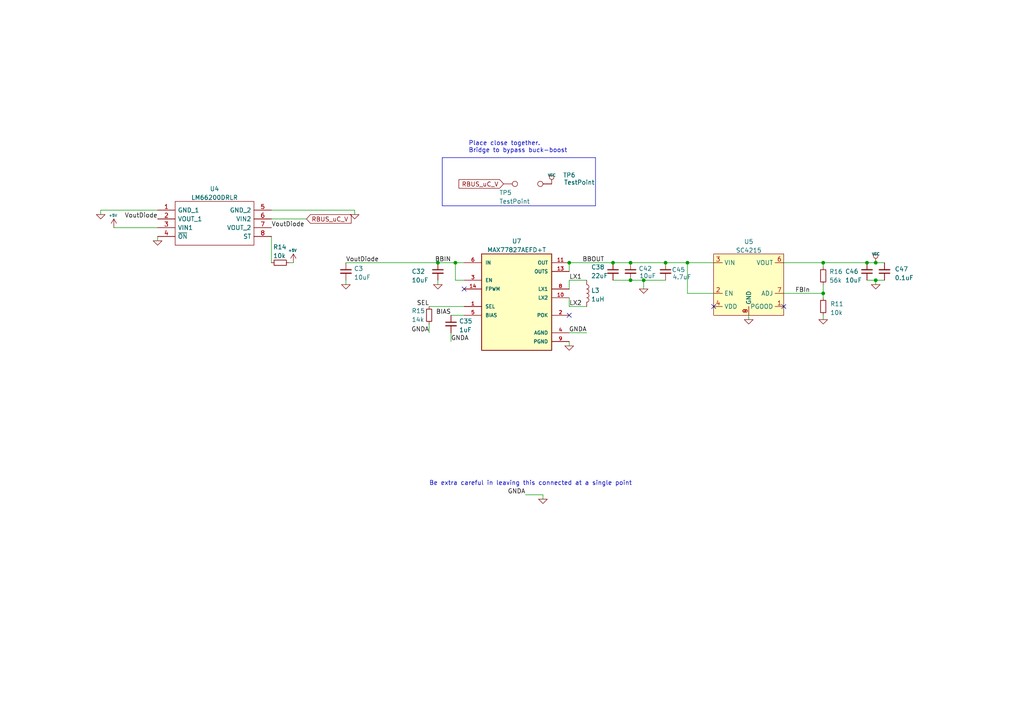
<source format=kicad_sch>
(kicad_sch (version 20250114) (generator "eeschema") (generator_version "9.0")
  (paper "A4")
  (lib_symbols
    (symbol "+5V_9" (power) (pin_names (offset 0))
      (property "Value" "+5V" (at 0 3.556 0))
      (symbol "+5V_9_0_1"
        (polyline (pts (xy -0.762 1.27) (xy 0 2.54)))
        (polyline (pts (xy 0 2.54) (xy 0.762 1.27)))
        (polyline (pts (xy 0 0) (xy 0 2.54)))
      )
      (symbol "+5V_9_1_1"
        (pin power_in line (at 0 0 90) (length 0) (hide yes) (name "+5V") (number "1"))
      )
    )
    (symbol "Connector:TestPoint" (pin_numbers (hide yes)) (pin_names (offset 0.762) (hide yes))
      (property "Reference" "TP" (at 0 6.858 0))
      (property "Value" "TestPoint" (at 0 5.08 0))
      (symbol "TestPoint_0_1"
        (circle (center 0 3.302) (radius 0.762))
      )
      (symbol "TestPoint_1_1"
        (pin passive line (at 0 0 90) (length 2.54) (name "1") (number "1"))
      )
    )
    (symbol "Device:C_Small" (pin_numbers (hide yes)) (pin_names (offset 0.254) (hide yes))
      (property "Reference" "C" (at 0.254 1.778 0))
      (property "Value" "C_Small" (at 0.254 -2.032 0))
      (symbol "C_Small_0_1"
        (polyline (pts (xy -1.524 0.508) (xy 1.524 0.508)) (stroke (width 0.3048)))
        (polyline (pts (xy -1.524 -0.508) (xy 1.524 -0.508)) (stroke (width 0.3302)))
      )
      (symbol "C_Small_1_1"
        (pin passive line (at 0 2.54 270) (length 2.032) (name "~") (number "1"))
        (pin passive line (at 0 -2.54 90) (length 2.032) (name "~") (number "2"))
      )
    )
    (symbol "Device:L" (pin_numbers (hide yes)) (pin_names (offset 1.016) (hide yes))
      (property "Reference" "L" (at -1.27 0 90))
      (property "Value" "L" (at 1.905 0 90))
      (symbol "L_0_1"
        (arc (start 0 2.54) (mid 0.6323 1.905) (end 0 1.27))
        (arc (start 0 1.27) (mid 0.6323 0.635) (end 0 0))
        (arc (start 0 0) (mid 0.6323 -0.635) (end 0 -1.27))
        (arc (start 0 -1.27) (mid 0.6323 -1.905) (end 0 -2.54))
      )
      (symbol "L_1_1"
        (pin passive line (at 0 3.81 270) (length 1.27) (name "1") (number "1"))
        (pin passive line (at 0 -3.81 90) (length 1.27) (name "2") (number "2"))
      )
    )
    (symbol "Device:R_Small" (pin_numbers (hide yes)) (pin_names (offset 0.254) (hide yes))
      (property "Reference" "R" (at 0.762 0.508 0))
      (property "Value" "R_Small" (at 0.762 -1.016 0))
      (symbol "R_Small_0_1"
        (rectangle (start -0.762 1.778) (end 0.762 -1.778) (stroke (width 0.2032)))
      )
      (symbol "R_Small_1_1"
        (pin passive line (at 0 2.54 270) (length 0.762) (name "~") (number "1"))
        (pin passive line (at 0 -2.54 90) (length 0.762) (name "~") (number "2"))
      )
    )
    (symbol "GND-RESCUE-BLDC_4_23" (power) (pin_names (offset 0))
      (symbol "GND-RESCUE-BLDC_4_23_0_1"
        (polyline (pts (xy -1.27 0) (xy 0 -1.27) (xy 1.27 0) (xy -1.27 0)))
      )
      (symbol "GND-RESCUE-BLDC_4_23_1_1"
        (pin power_in line (at 0 0 90) (length 0) (hide yes) (name "GND") (number "1"))
      )
    )
    (symbol "VCC_5" (power) (pin_names (offset 0))
      (property "Value" "VCC" (at 0 3.81 0))
      (symbol "VCC_5_0_1"
        (circle (center 0 1.905) (radius 0.635))
        (polyline (pts (xy 0 0) (xy 0 1.27)))
      )
      (symbol "VCC_5_1_1"
        (pin power_in line (at 0 0 90) (length 0) (hide yes) (name "VCC") (number "1"))
      )
    )
    (symbol "iclr:LM66200DRLR" (pin_names (offset 0.762))
      (property "Reference" "U" (at 29.21 7.62 0))
      (property "Value" "LM66200DRLR" (at 29.21 5.08 0))
      (symbol "LM66200DRLR_0_0"
        (pin passive line (at 0 0 0) (length 5.08) (name "GND_1") (number "1"))
        (pin passive line (at 0 -2.54 0) (length 5.08) (name "VOUT_1") (number "2"))
        (pin passive line (at 0 -5.08 0) (length 5.08) (name "VIN1") (number "3"))
        (pin passive line (at 0 -7.62 0) (length 5.08) (name "~{ON}") (number "4"))
        (pin passive line (at 33.02 0 180) (length 5.08) (name "GND_2") (number "5"))
        (pin passive line (at 33.02 -2.54 180) (length 5.08) (name "VIN2") (number "6"))
        (pin passive line (at 33.02 -5.08 180) (length 5.08) (name "VOUT_2") (number "7"))
        (pin passive line (at 33.02 -7.62 180) (length 5.08) (name "ST") (number "8"))
      )
      (symbol "LM66200DRLR_0_1"
        (polyline (pts (xy 5.08 2.54) (xy 27.94 2.54) (xy 27.94 -10.16) (xy 5.08 -10.16) (xy 5.08 2.54)) (stroke (width 0.1524)))
      )
    )
    (symbol "iclr:MAX77827AEFD+T" (pin_names (offset 1.016))
      (property "Reference" "U?" (at -10.16 13.208 0))
      (property "Value" "MAX77827AEFD+T" (at -10.16 -17.78 0))
      (symbol "MAX77827AEFD+T_0_0"
        (rectangle (start -10.16 -15.24) (end 10.16 12.7) (stroke (width 0.254)) (fill (type background)))
        (pin input line (at -15.24 10.16 0) (length 5.08) (name "IN") (number "6"))
        (pin input line (at -15.24 5.08 0) (length 5.08) (name "EN") (number "3"))
        (pin input line (at -15.24 2.54 0) (length 5.08) (name "FPWM") (number "14"))
        (pin passive line (at -15.24 -2.54 0) (length 5.08) (name "SEL") (number "1"))
        (pin passive line (at -15.24 -5.08 0) (length 5.08) (name "BIAS") (number "5"))
        (pin output line (at 15.24 10.16 180) (length 5.08) (name "OUT") (number "11"))
        (pin input line (at 15.24 7.62 180) (length 5.08) (name "OUTS") (number "13"))
        (pin passive line (at 15.24 2.54 180) (length 5.08) (name "LX1") (number "8"))
        (pin passive line (at 15.24 0 180) (length 5.08) (name "LX2") (number "10"))
        (pin output line (at 15.24 -5.08 180) (length 5.08) (name "POK") (number "2"))
        (pin power_in line (at 15.24 -10.16 180) (length 5.08) (name "AGND") (number "4"))
        (pin power_in line (at 15.24 -12.7 180) (length 5.08) (name "PGND") (number "9"))
      )
    )
    (symbol "iclr:RT9025-25GSP"
      (property "Reference" "U6" (at 0 4.8428 0))
      (property "Value" "RT9025-25GSP" (at 0 2.3059 0))
      (symbol "RT9025-25GSP_1_1"
        (rectangle (start -10.16 1.27) (end 10.16 -16.51) (fill (type background)))
        (pin input line (at -10.16 -1.27 0) (length 2.54) (name "VIN") (number "3"))
        (pin input line (at -10.16 -10.16 0) (length 2.54) (name "EN") (number "2"))
        (pin input line (at -10.16 -13.97 0) (length 2.54) (name "VDD") (number "4"))
        (pin input line (at 0 -16.51 90) (length 2.54) (name "GND") (number "8"))
        (pin input line (at 0 -16.51 90) (length 2.54) (name "GND") (number "9"))
        (pin output line (at 10.16 -1.27 180) (length 2.54) (name "VOUT") (number "6"))
        (pin input line (at 10.16 -10.16 180) (length 2.54) (name "ADJ") (number "7"))
        (pin output line (at 10.16 -13.97 180) (length 2.54) (name "PGOOD") (number "1"))
      )
    )
  )
  (text "Be extra careful in leaving this connected at a single point\n" (at 124.46 140.97 0) (effects (font (size 1.27 1.27)) (justify left bottom)))
  (text "Place close together.\nBridge to bypass buck-boost\n" (at 135.89 44.45 0) (effects (font (size 1.27 1.27)) (justify left bottom)))
  (junction (at 251.46 76.2))
  (junction (at 254 76.2))
  (junction (at 182.88 76.2))
  (junction (at 238.76 76.2))
  (junction (at 127 76.2))
  (junction (at 165.1 76.2))
  (junction (at 193.04 76.2))
  (junction (at 182.88 81.28))
  (junction (at 238.76 85.09))
  (junction (at 199.39 76.2))
  (junction (at 177.8 76.2))
  (junction (at 186.69 81.28))
  (junction (at 254 81.28))
  (junction (at 132.08 76.2))
  (no_connect (at 207.01 88.9))
  (no_connect (at 227.33 88.9))
  (no_connect (at 165.1 91.44))
  (no_connect (at 134.62 83.82))
  (wire (pts (xy 127 76.2) (xy 132.08 76.2)))
  (polyline (pts (xy 172.72 59.69) (xy 128.27 59.69)))
  (wire (pts (xy 227.33 85.09) (xy 238.76 85.09)))
  (wire (pts (xy 199.39 85.09) (xy 207.01 85.09)))
  (wire (pts (xy 100.33 82.55) (xy 100.33 81.28)))
  (wire (pts (xy 227.33 76.2) (xy 238.76 76.2)))
  (wire (pts (xy 193.04 76.2) (xy 199.39 76.2)))
  (wire (pts (xy 177.8 81.28) (xy 182.88 81.28)))
  (wire (pts (xy 177.8 76.2) (xy 182.88 76.2)))
  (wire (pts (xy 102.87 60.96) (xy 78.74 60.96)))
  (wire (pts (xy 238.76 76.2) (xy 251.46 76.2)))
  (wire (pts (xy 251.46 76.2) (xy 254 76.2)))
  (wire (pts (xy 33.02 66.04) (xy 45.72 66.04)))
  (wire (pts (xy 254 81.28) (xy 256.54 81.28)))
  (wire (pts (xy 199.39 76.2) (xy 199.39 85.09)))
  (wire (pts (xy 186.69 81.28) (xy 193.04 81.28)))
  (wire (pts (xy 238.76 82.55) (xy 238.76 85.09)))
  (wire (pts (xy 130.81 91.44) (xy 134.62 91.44)))
  (polyline (pts (xy 128.27 45.72) (xy 128.27 59.69)))
  (wire (pts (xy 132.08 81.28) (xy 134.62 81.28)))
  (wire (pts (xy 85.09 76.2) (xy 83.82 76.2)))
  (wire (pts (xy 124.46 96.52) (xy 124.46 93.98)))
  (wire (pts (xy 102.87 60.96) (xy 102.87 62.23)))
  (wire (pts (xy 182.88 81.28) (xy 186.69 81.28)))
  (wire (pts (xy 165.1 83.82) (xy 165.1 81.28)))
  (wire (pts (xy 254 81.28) (xy 254 82.55)))
  (wire (pts (xy 132.08 76.2) (xy 134.62 76.2)))
  (wire (pts (xy 165.1 99.06) (xy 165.1 100.33)))
  (wire (pts (xy 199.39 76.2) (xy 207.01 76.2)))
  (wire (pts (xy 29.21 60.96) (xy 45.72 60.96)))
  (wire (pts (xy 45.72 68.58) (xy 45.72 69.85)))
  (polyline (pts (xy 128.27 45.72) (xy 172.72 45.72)))
  (wire (pts (xy 127 81.28) (xy 127 82.55)))
  (wire (pts (xy 251.46 81.28) (xy 254 81.28)))
  (wire (pts (xy 124.46 88.9) (xy 134.62 88.9)))
  (wire (pts (xy 165.1 88.9) (xy 165.1 86.36)))
  (wire (pts (xy 170.18 88.9) (xy 165.1 88.9)))
  (wire (pts (xy 152.4 143.51) (xy 157.48 143.51)))
  (wire (pts (xy 165.1 96.52) (xy 170.18 96.52)))
  (wire (pts (xy 238.76 76.2) (xy 238.76 77.47)))
  (wire (pts (xy 238.76 91.44) (xy 238.76 92.71)))
  (wire (pts (xy 165.1 76.2) (xy 177.8 76.2)))
  (wire (pts (xy 88.9 63.5) (xy 78.74 63.5)))
  (wire (pts (xy 254 76.2) (xy 256.54 76.2)))
  (wire (pts (xy 100.33 76.2) (xy 127 76.2)))
  (polyline (pts (xy 172.72 45.72) (xy 172.72 59.69)))
  (wire (pts (xy 238.76 85.09) (xy 238.76 86.36)))
  (wire (pts (xy 182.88 76.2) (xy 193.04 76.2)))
  (wire (pts (xy 217.17 92.71) (xy 217.17 91.44)))
  (wire (pts (xy 157.48 143.51) (xy 157.48 144.78)))
  (wire (pts (xy 132.08 76.2) (xy 132.08 81.28)))
  (wire (pts (xy 29.21 60.96) (xy 29.21 62.23)))
  (wire (pts (xy 165.1 81.28) (xy 170.18 81.28)))
  (wire (pts (xy 165.1 78.74) (xy 165.1 76.2)))
  (wire (pts (xy 78.74 76.2) (xy 78.74 68.58)))
  (wire (pts (xy 130.81 99.06) (xy 130.81 96.52)))
  (wire (pts (xy 186.69 81.28) (xy 186.69 83.82)))
  (label "GNDA" (at 170.18 96.52 180))
  (label "GNDA" (at 130.81 99.06 0))
  (label "SEL" (at 124.46 88.9 180))
  (label "BBOUT" (at 168.91 76.2 0))
  (label "GNDA" (at 152.4 143.51 180))
  (label "LX2" (at 165.1 88.9 0))
  (label "GNDA" (at 124.46 96.52 180))
  (label "FBIn" (at 234.95 85.09 180))
  (label "LX1" (at 165.1 81.28 0))
  (label "VoutDiode" (at 100.33 76.2 0))
  (label "VoutDiode" (at 78.74 66.04 0))
  (label "VoutDiode" (at 45.72 63.5 180))
  (label "BIAS" (at 130.81 91.44 180))
  (label "BBIN" (at 130.81 76.2 180))
  (global_label "RBUS_uC_V" (shape input) (at 146.05 53.34 180) (property "Intersheetrefs" "${INTERSHEET_REFS}" (effects (hide yes))))
  (global_label "RBUS_uC_V" (shape input) (at 88.9 63.5 0) (property "Intersheetrefs" "${INTERSHEET_REFS}" (effects (hide yes))))
  (symbol (lib_name "GND-RESCUE-BLDC_4_23") (lib_id "BLDC_4-rescue:GND-RESCUE-BLDC_4") (at 254 82.55 0) (unit 1)
    (property "Reference" "#PWR040" (effects (hide yes)))
    (property "Value" "GND" (effects (hide yes)))
  )
  (symbol (lib_id "Device:R_Small") (at 124.46 91.44 0) (unit 1)
    (property "Reference" "R15" (at 119.38 90.17 0) (effects (justify left)))
    (property "Value" "14k" (at 119.38 92.7069 0) (effects (justify left)))
    (property "Footprint" "Resistor_SMD:R_0402_1005Metric" (effects (hide yes)))
  )
  (symbol (lib_name "GND-RESCUE-BLDC_4_23") (lib_id "BLDC_4-rescue:GND-RESCUE-BLDC_4") (at 45.72 69.85 0) (unit 1)
    (property "Reference" "#PWR046" (effects (hide yes)))
    (property "Value" "GND" (effects (hide yes)))
  )
  (symbol (lib_id "Device:C_Small") (at 100.33 78.74 0) (unit 1)
    (property "Reference" "C3" (at 102.6541 77.9116 0) (effects (justify left)))
    (property "Value" "10uF" (at 102.6541 80.4485 0) (effects (justify left)))
    (property "Footprint" "Capacitor_SMD:C_0402_1005Metric" (effects (hide yes)))
  )
  (symbol (lib_id "Connector:TestPoint") (at 146.05 53.34 270) (unit 1)
    (property "Reference" "TP5" (at 144.78 55.88 90) (effects (justify left)))
    (property "Value" "TestPoint" (at 144.78 58.4169 90) (effects (justify left)))
    (property "Footprint" "TestPoint:TestPoint_Pad_D1.5mm" (effects (hide yes)))
  )
  (symbol (lib_name "GND-RESCUE-BLDC_4_23") (lib_id "BLDC_4-rescue:GND-RESCUE-BLDC_4") (at 238.76 92.71 0) (unit 1)
    (property "Reference" "#PWR016" (effects (hide yes)))
    (property "Value" "GND" (effects (hide yes)))
  )
  (symbol (lib_id "Device:L") (at 170.18 85.09 0) (unit 1)
    (property "Reference" "L3" (at 171.45 84.2553 0) (effects (justify left)))
    (property "Value" "1uH" (at 171.45 86.7922 0) (effects (justify left)))
    (property "Footprint" "Inductor_SMD:L_0805_2012Metric" (effects (hide yes)))
  )
  (symbol (lib_id "Device:R_Small") (at 81.28 76.2 270) (unit 1)
    (property "Reference" "R14" (at 79.2111 71.6579 90) (effects (justify left)))
    (property "Value" "10k" (at 79.2111 74.1979 90) (effects (justify left)))
    (property "Footprint" "Resistor_SMD:R_0402_1005Metric" (effects (hide yes)))
  )
  (symbol (lib_name "GND-RESCUE-BLDC_4_23") (lib_id "BLDC_4-rescue:GND-RESCUE-BLDC_4") (at 157.48 144.78 0) (unit 1)
    (property "Reference" "#PWR042" (effects (hide yes)))
    (property "Value" "GND" (effects (hide yes)))
  )
  (symbol (lib_name "GND-RESCUE-BLDC_4_23") (lib_id "BLDC_4-rescue:GND-RESCUE-BLDC_4") (at 102.87 62.23 0) (unit 1)
    (property "Reference" "#PWR09" (effects (hide yes)))
    (property "Value" "GND" (effects (hide yes)))
  )
  (symbol (lib_name "GND-RESCUE-BLDC_4_23") (lib_id "BLDC_4-rescue:GND-RESCUE-BLDC_4") (at 217.17 92.71 0) (unit 1)
    (property "Reference" "#PWR045" (effects (hide yes)))
    (property "Value" "GND" (effects (hide yes)))
  )
  (symbol (lib_id "Device:C_Small") (at 251.46 78.74 180) (unit 1)
    (property "Reference" "C46" (at 245.11 78.74 0) (effects (justify right)))
    (property "Value" "10uF" (at 245.11 81.28 0) (effects (justify right)))
    (property "Footprint" "Capacitor_SMD:C_0402_1005Metric" (effects (hide yes)))
  )
  (symbol (lib_name "GND-RESCUE-BLDC_4_23") (lib_id "BLDC_4-rescue:GND-RESCUE-BLDC_4") (at 127 82.55 0) (unit 1)
    (property "Reference" "#PWR015" (effects (hide yes)))
    (property "Value" "GND" (effects (hide yes)))
  )
  (symbol (lib_id "iclr:LM66200DRLR") (at 45.72 60.96 0) (unit 1)
    (property "Reference" "U4" (at 62.23 54.771 0))
    (property "Value" "LM66200DRLR" (at 62.23 57.3079 0))
    (property "Footprint" "iclr:SOTFL50P160X60-8N" (effects (hide yes)))
    (property "Datasheet" "https://www.ti.com/lit/gpn/lm66200" (effects (hide yes)))
    (property "Description" "1.6-V to 5.5-V, 40-m, 2.5-A, low-IQ, dual ideal diode" (effects (hide yes)))
    (property "Height" "0.6" (effects (hide yes)))
    (property "Manufacturer_Name" "Texas Instruments" (effects (hide yes)))
    (property "Manufacturer_Part_Number" "LM66200DRLR" (effects (hide yes)))
    (property "Mouser Part Number" "595-LM66200DRLR" (effects (hide yes)))
    (property "Mouser Price/Stock" "https://www.mouser.co.uk/ProductDetail/Texas-Instruments/LM66200DRLR?qs=Rp5uXu7WBW90hnpZAkIOdQ%3D%3D" (effects (hide yes)))
    (property "Arrow Part Number" "LM66200DRLR" (effects (hide yes)))
    (property "Arrow Price/Stock" "https://www.arrow.com/en/products/lm66200drlr/texas-instruments?region=nac" (effects (hide yes)))
  )
  (symbol (lib_name "GND-RESCUE-BLDC_4_23") (lib_id "BLDC_4-rescue:GND-RESCUE-BLDC_4") (at 186.69 83.82 0) (unit 1)
    (property "Reference" "#PWR044" (effects (hide yes)))
    (property "Value" "GND" (effects (hide yes)))
  )
  (symbol (lib_id "Device:C_Small") (at 130.81 93.98 0) (unit 1)
    (property "Reference" "C35" (at 133.1341 93.1516 0) (effects (justify left)))
    (property "Value" "1uF" (at 133.1341 95.6885 0) (effects (justify left)))
    (property "Footprint" "Capacitor_SMD:C_0402_1005Metric" (effects (hide yes)))
  )
  (symbol (lib_id "Connector:TestPoint") (at 160.02 53.34 90) (unit 1)
    (property "Reference" "TP6" (at 165.1 50.8 90))
    (property "Value" "TestPoint" (at 168.021 52.9016 90))
    (property "Footprint" "TestPoint:TestPoint_Pad_D1.5mm" (effects (hide yes)))
  )
  (symbol (lib_name "VCC_5") (lib_id "BLDC_4-rescue:VCC") (at 254 76.2 0) (unit 1)
    (property "Reference" "#PWR047" (effects (hide yes)))
    (property "Value" "VCC" (at 254 73.66 0) (effects (font (size 0.762 0.762))))
  )
  (symbol (lib_id "iclr:RT9025-25GSP") (at 217.17 74.93 0) (unit 1)
    (property "Reference" "U5" (at 217.17 70.0872 0))
    (property "Value" "SC4215" (at 217.17 72.6241 0))
    (property "Footprint" "iclr:SOIC127P599X175-9N" (effects (hide yes)))
  )
  (symbol (lib_name "GND-RESCUE-BLDC_4_23") (lib_id "BLDC_4-rescue:GND-RESCUE-BLDC_4") (at 29.21 62.23 0) (unit 1)
    (property "Reference" "#PWR013" (effects (hide yes)))
    (property "Value" "GND" (effects (hide yes)))
  )
  (symbol (lib_name "VCC_5") (lib_id "BLDC_4-rescue:VCC") (at 160.02 53.34 0) (unit 1)
    (property "Reference" "#PWR017" (effects (hide yes)))
    (property "Value" "VCC" (at 160.02 50.8 0) (effects (font (size 0.762 0.762))))
  )
  (symbol (lib_id "iclr:MAX77827AEFD+T") (at 149.86 86.36 0) (unit 1)
    (property "Reference" "U7" (at 149.86 69.9602 0))
    (property "Value" "MAX77827AEFD+T" (at 149.86 72.4971 0))
    (property "Footprint" "iclr:CONV_MAX77827AEFD+T" (effects (hide yes)))
    (property "MANUFACTURER" "Maxim Integrated" (effects (hide yes)))
    (property "MAXIMUM_PACKAGE_HEIGHT" "0.6mm" (effects (hide yes)))
    (property "PARTREV" "B" (effects (hide yes)))
    (property "STANDARD" "Manufacturer Recommended" (effects (hide yes)))
  )
  (symbol (lib_id "Device:R_Small") (at 238.76 88.9 0) (unit 1)
    (property "Reference" "R11" (at 240.774 88.1497 0) (effects (justify left)))
    (property "Value" "10k" (at 240.774 90.6897 0) (effects (justify left)))
    (property "Footprint" "Resistor_SMD:R_0402_1005Metric" (effects (hide yes)))
  )
  (symbol (lib_id "Device:C_Small") (at 193.04 78.74 0) (unit 1)
    (property "Reference" "C45" (at 194.8236 78.2468 0) (effects (justify left)))
    (property "Value" "4.7uF" (at 195.0395 80.3452 0) (effects (justify left)))
    (property "Footprint" "Capacitor_SMD:C_0402_1005Metric" (effects (hide yes)))
  )
  (symbol (lib_name "+5V_9") (lib_id "BLDC_4-rescue:+5V") (at 33.02 66.04 0) (unit 1)
    (property "Reference" "#PWR012" (effects (hide yes)))
    (property "Value" "+5V" (at 32.766 62.484 0) (effects (font (size 0.762 0.762))))
  )
  (symbol (lib_id "Device:C_Small") (at 177.8 78.74 0) (unit 1)
    (property "Reference" "C38" (at 171.45 77.4731 0) (effects (justify left)))
    (property "Value" "22uF" (at 171.45 80.01 0) (effects (justify left)))
    (property "Footprint" "Capacitor_SMD:C_0603_1608Metric" (effects (hide yes)))
  )
  (symbol (lib_name "GND-RESCUE-BLDC_4_23") (lib_id "BLDC_4-rescue:GND-RESCUE-BLDC_4") (at 100.33 82.55 0) (unit 1)
    (property "Reference" "#PWR063" (effects (hide yes)))
    (property "Value" "GND" (effects (hide yes)))
  )
  (symbol (lib_id "Device:R_Small") (at 238.76 80.01 0) (unit 1)
    (property "Reference" "R16" (at 240.5167 78.7805 0) (effects (justify left)))
    (property "Value" "56k" (at 240.5167 81.3205 0) (effects (justify left)))
    (property "Footprint" "Resistor_SMD:R_0402_1005Metric" (effects (hide yes)))
  )
  (symbol (lib_id "Device:C_Small") (at 256.54 78.74 180) (unit 1)
    (property "Reference" "C47" (at 259.4983 78.0454 0) (effects (justify right)))
    (property "Value" "0.1uF" (at 259.4983 80.5854 0) (effects (justify right)))
    (property "Footprint" "Capacitor_SMD:C_0402_1005Metric" (effects (hide yes)))
  )
  (symbol (lib_id "Device:C_Small") (at 127 78.74 0) (unit 1)
    (property "Reference" "C32" (at 119.38 78.74 0) (effects (justify left)))
    (property "Value" "10uF" (at 119.38 81.2769 0) (effects (justify left)))
    (property "Footprint" "Capacitor_SMD:C_0603_1608Metric" (effects (hide yes)))
  )
  (symbol (lib_name "GND-RESCUE-BLDC_4_23") (lib_id "BLDC_4-rescue:GND-RESCUE-BLDC_4") (at 165.1 100.33 0) (unit 1)
    (property "Reference" "#PWR041" (effects (hide yes)))
    (property "Value" "GND" (effects (hide yes)))
  )
  (symbol (lib_name "+5V_9") (lib_id "BLDC_4-rescue:+5V") (at 85.09 76.2 0) (unit 1)
    (property "Reference" "#PWR014" (effects (hide yes)))
    (property "Value" "+5V" (at 84.836 72.644 0) (effects (font (size 0.762 0.762))))
  )
  (symbol (lib_id "Device:C_Small") (at 182.88 78.74 0) (unit 1)
    (property "Reference" "C42" (at 185.2041 77.9116 0) (effects (justify left)))
    (property "Value" "10uF" (at 185.42 80.01 0) (effects (justify left)))
    (property "Footprint" "Capacitor_SMD:C_0402_1005Metric" (effects (hide yes)))
  )
)
</source>
